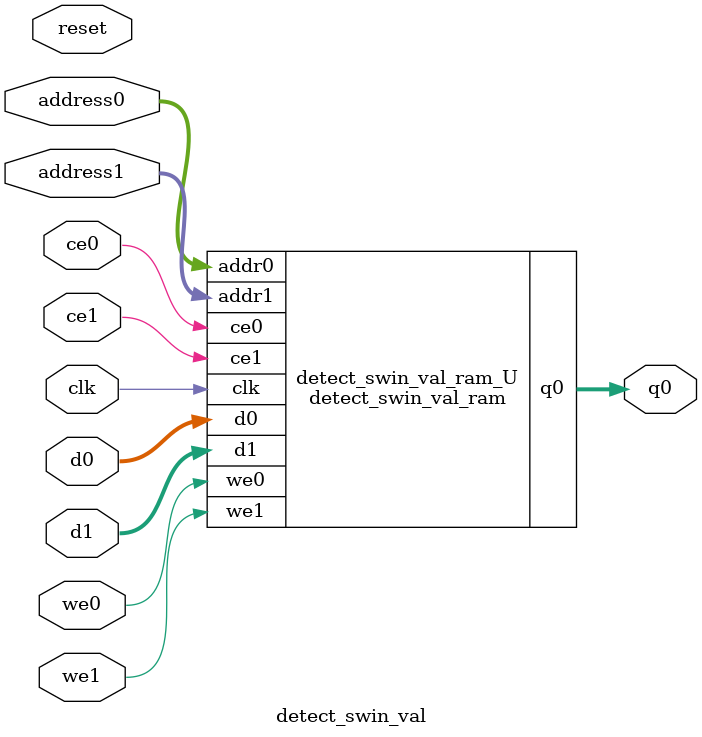
<source format=v>

`timescale 1 ns / 1 ps
module detect_swin_val_ram (addr0, ce0, d0, we0, q0, addr1, ce1, d1, we1,  clk);

parameter DWIDTH = 32;
parameter AWIDTH = 18;
parameter MEM_SIZE = 131841;

input[AWIDTH-1:0] addr0;
input ce0;
input[DWIDTH-1:0] d0;
input we0;
output reg[DWIDTH-1:0] q0;
input[AWIDTH-1:0] addr1;
input ce1;
input[DWIDTH-1:0] d1;
input we1;
input clk;

(* ram_style = "block" *)reg [DWIDTH-1:0] ram[0:MEM_SIZE-1];




always @(posedge clk)  
begin 
    if (ce0) 
    begin
        if (we0) 
        begin 
            ram[addr0] <= d0; 
            q0 <= d0;
        end 
        else 
            q0 <= ram[addr0];
    end
end


always @(posedge clk)  
begin 
    if (ce1) 
    begin
        if (we1) 
        begin 
            ram[addr1] <= d1; 
        end 
    end
end


endmodule


`timescale 1 ns / 1 ps
module detect_swin_val(
    reset,
    clk,
    address0,
    ce0,
    we0,
    d0,
    q0,
    address1,
    ce1,
    we1,
    d1);

parameter DataWidth = 32'd32;
parameter AddressRange = 32'd131841;
parameter AddressWidth = 32'd18;
input reset;
input clk;
input[AddressWidth - 1:0] address0;
input ce0;
input we0;
input[DataWidth - 1:0] d0;
output[DataWidth - 1:0] q0;
input[AddressWidth - 1:0] address1;
input ce1;
input we1;
input[DataWidth - 1:0] d1;



detect_swin_val_ram detect_swin_val_ram_U(
    .clk( clk ),
    .addr0( address0 ),
    .ce0( ce0 ),
    .we0( we0 ),
    .d0( d0 ),
    .q0( q0 ),
    .addr1( address1 ),
    .ce1( ce1 ),
    .we1( we1 ),
    .d1( d1 ));

endmodule


</source>
